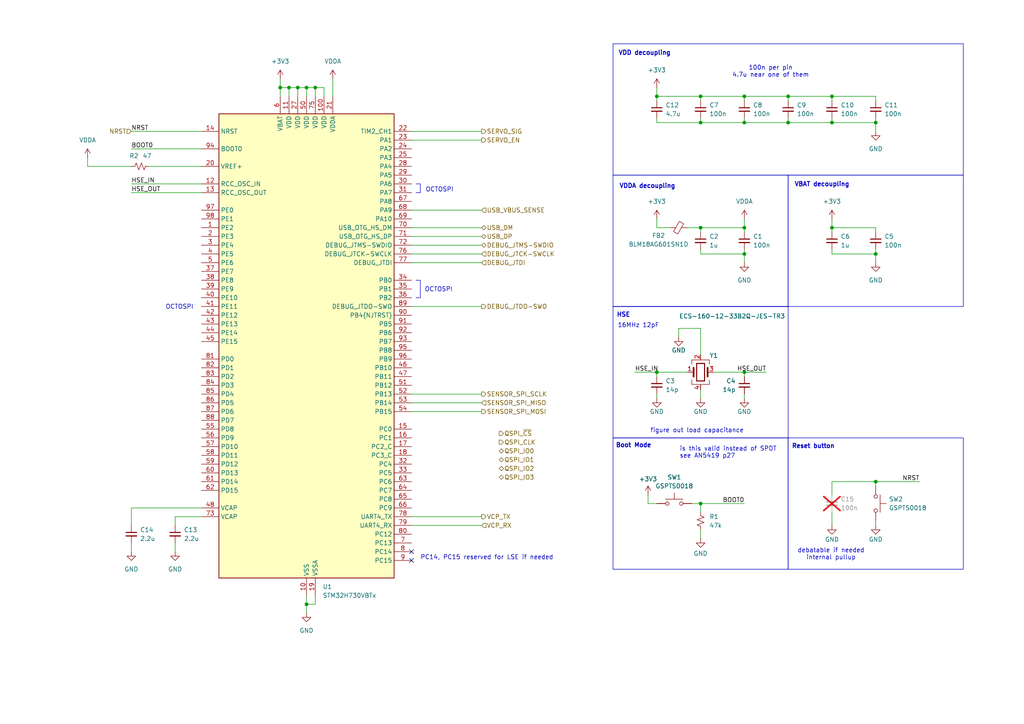
<source format=kicad_sch>
(kicad_sch (version 20250114) (generator "eeschema") (generator_version "9.0")
  (paper "A4")
  (lib_symbols
    (symbol "Device:C_Small" (pin_numbers (hide yes)) (pin_names (offset 0.254) (hide yes))
      (property "Reference" "C" (at 0.254 1.778 0))
      (property "Value" "C_Small" (at 0.254 -2.032 0))
      (symbol "C_Small_0_1"
        (polyline (pts (xy -1.524 0.508) (xy 1.524 0.508)) (stroke (width 0.3048)))
        (polyline (pts (xy -1.524 -0.508) (xy 1.524 -0.508)) (stroke (width 0.3302)))
      )
      (symbol "C_Small_1_1"
        (pin passive line (at 0 2.54 270) (length 2.032) (name "~") (number "1"))
        (pin passive line (at 0 -2.54 90) (length 2.032) (name "~") (number "2"))
      )
    )
    (symbol "Device:Crystal_GND24" (pin_names (offset 1.016) (hide yes))
      (property "Reference" "Y" (at 3.175 5.08 0))
      (property "Value" "Crystal_GND24" (at 3.175 3.175 0))
      (symbol "Crystal_GND24_0_1"
        (polyline (pts (xy -2.54 2.286) (xy -2.54 3.556) (xy 2.54 3.556) (xy 2.54 2.286)))
        (polyline (pts (xy -2.54 0) (xy -2.032 0)))
        (polyline (pts (xy -2.54 -2.286) (xy -2.54 -3.556) (xy 2.54 -3.556) (xy 2.54 -2.286)))
        (polyline (pts (xy -2.032 -1.27) (xy -2.032 1.27)) (stroke (width 0.508)))
        (rectangle (start -1.143 2.54) (end 1.143 -2.54) (stroke (width 0.3048)))
        (polyline (pts (xy 0 3.556) (xy 0 3.81)))
        (polyline (pts (xy 0 -3.81) (xy 0 -3.556)))
        (polyline (pts (xy 2.032 0) (xy 2.54 0)))
        (polyline (pts (xy 2.032 -1.27) (xy 2.032 1.27)) (stroke (width 0.508)))
      )
      (symbol "Crystal_GND24_1_1"
        (pin passive line (at -3.81 0 0) (length 1.27) (name "1") (number "1"))
        (pin passive line (at 0 5.08 270) (length 1.27) (name "2") (number "2"))
        (pin passive line (at 0 -5.08 90) (length 1.27) (name "4") (number "4"))
        (pin passive line (at 3.81 0 180) (length 1.27) (name "3") (number "3"))
      )
    )
    (symbol "Device:FerriteBead_Small" (pin_numbers (hide yes)) (pin_names (offset 0))
      (property "Reference" "FB" (at 1.905 1.27 0))
      (property "Value" "FerriteBead_Small" (at 1.905 -1.27 0))
      (symbol "FerriteBead_Small_0_1"
        (polyline (pts (xy -1.8288 0.2794) (xy -1.1176 1.4986) (xy 1.8288 -0.2032) (xy 1.1176 -1.4224) (xy -1.8288 0.2794)))
        (polyline (pts (xy 0 0.889) (xy 0 1.2954)))
        (polyline (pts (xy 0 -1.27) (xy 0 -0.7874)))
      )
      (symbol "FerriteBead_Small_1_1"
        (pin passive line (at 0 2.54 270) (length 1.27) (name "~") (number "1"))
        (pin passive line (at 0 -2.54 90) (length 1.27) (name "~") (number "2"))
      )
    )
    (symbol "Device:R_Small_US" (pin_numbers (hide yes)) (pin_names (offset 0.254) (hide yes))
      (property "Reference" "R" (at 0.762 0.508 0))
      (property "Value" "R_Small_US" (at 0.762 -1.016 0))
      (symbol "R_Small_US_1_1"
        (polyline (pts (xy 0 1.524) (xy 1.016 1.143) (xy 0 0.762) (xy -1.016 0.381) (xy 0 0)))
        (polyline (pts (xy 0 0) (xy 1.016 -0.381) (xy 0 -0.762) (xy -1.016 -1.143) (xy 0 -1.524)))
        (pin passive line (at 0 2.54 270) (length 1.016) (name "~") (number "1"))
        (pin passive line (at 0 -2.54 90) (length 1.016) (name "~") (number "2"))
      )
    )
    (symbol "MCU_ST_STM32H7:STM32H730VBTx"
      (property "Reference" "U" (at -25.4 69.85 0))
      (property "Value" "STM32H730VBTx" (at 10.16 69.85 0))
      (symbol "STM32H730VBTx_0_1"
        (rectangle (start -25.4 -66.04) (end 25.4 68.58) (stroke (width 0.254)) (fill (type background)))
      )
      (symbol "STM32H730VBTx_1_1"
        (pin input line (at -30.48 63.5 0) (length 5.08) (name "NRST") (number "14"))
        (pin input line (at -30.48 58.42 0) (length 5.08) (name "BOOT0") (number "94"))
        (pin input line (at -30.48 53.34 0) (length 5.08) (name "VREF+") (number "20"))
        (pin bidirectional line (at -30.48 48.26 0) (length 5.08) (name "PH0") (number "12") (alternate "RCC_OSC_IN" bidirectional line))
        (pin bidirectional line (at -30.48 45.72 0) (length 5.08) (name "PH1") (number "13") (alternate "RCC_OSC_OUT" bidirectional line))
        (pin bidirectional line (at -30.48 40.64 0) (length 5.08) (name "PE0") (number "97"))
        (pin bidirectional line (at -30.48 38.1 0) (length 5.08) (name "PE1") (number "98"))
        (pin bidirectional line (at -30.48 35.56 0) (length 5.08) (name "PE2") (number "1"))
        (pin bidirectional line (at -30.48 33.02 0) (length 5.08) (name "PE3") (number "2"))
        (pin bidirectional line (at -30.48 30.48 0) (length 5.08) (name "PE4") (number "3"))
        (pin bidirectional line (at -30.48 27.94 0) (length 5.08) (name "PE5") (number "4"))
        (pin bidirectional line (at -30.48 25.4 0) (length 5.08) (name "PE6") (number "5"))
        (pin bidirectional line (at -30.48 22.86 0) (length 5.08) (name "PE7") (number "37"))
        (pin bidirectional line (at -30.48 20.32 0) (length 5.08) (name "PE8") (number "38"))
        (pin bidirectional line (at -30.48 17.78 0) (length 5.08) (name "PE9") (number "39"))
        (pin bidirectional line (at -30.48 15.24 0) (length 5.08) (name "PE10") (number "40"))
        (pin bidirectional line (at -30.48 12.7 0) (length 5.08) (name "PE11") (number "41"))
        (pin bidirectional line (at -30.48 10.16 0) (length 5.08) (name "PE12") (number "42"))
        (pin bidirectional line (at -30.48 7.62 0) (length 5.08) (name "PE13") (number "43"))
        (pin bidirectional line (at -30.48 5.08 0) (length 5.08) (name "PE14") (number "44"))
        (pin bidirectional line (at -30.48 2.54 0) (length 5.08) (name "PE15") (number "45"))
        (pin bidirectional line (at -30.48 -2.54 0) (length 5.08) (name "PD0") (number "81") (alternate "UART4_RX" bidirectional line))
        (pin bidirectional line (at -30.48 -5.08 0) (length 5.08) (name "PD1") (number "82") (alternate "UART4_TX" bidirectional line))
        (pin bidirectional line (at -30.48 -7.62 0) (length 5.08) (name "PD2") (number "83"))
        (pin bidirectional line (at -30.48 -10.16 0) (length 5.08) (name "PD3") (number "84"))
        (pin bidirectional line (at -30.48 -12.7 0) (length 5.08) (name "PD4") (number "85"))
        (pin bidirectional line (at -30.48 -15.24 0) (length 5.08) (name "PD5") (number "86"))
        (pin bidirectional line (at -30.48 -17.78 0) (length 5.08) (name "PD6") (number "87"))
        (pin bidirectional line (at -30.48 -20.32 0) (length 5.08) (name "PD7") (number "88"))
        (pin bidirectional line (at -30.48 -22.86 0) (length 5.08) (name "PD8") (number "55"))
        (pin bidirectional line (at -30.48 -25.4 0) (length 5.08) (name "PD9") (number "56"))
        (pin bidirectional line (at -30.48 -27.94 0) (length 5.08) (name "PD10") (number "57"))
        (pin bidirectional line (at -30.48 -30.48 0) (length 5.08) (name "PD11") (number "58"))
        (pin bidirectional line (at -30.48 -33.02 0) (length 5.08) (name "PD12") (number "59"))
        (pin bidirectional line (at -30.48 -35.56 0) (length 5.08) (name "PD13") (number "60"))
        (pin bidirectional line (at -30.48 -38.1 0) (length 5.08) (name "PD14") (number "61"))
        (pin bidirectional line (at -30.48 -40.64 0) (length 5.08) (name "PD15") (number "62"))
        (pin power_out line (at -30.48 -45.72 0) (length 5.08) (name "VCAP") (number "48"))
        (pin power_out line (at -30.48 -48.26 0) (length 5.08) (name "VCAP") (number "73"))
        (pin power_in line (at -7.62 73.66 270) (length 5.08) (name "VBAT") (number "6"))
        (pin power_in line (at -5.08 73.66 270) (length 5.08) (name "VDD") (number "11"))
        (pin power_in line (at -2.54 73.66 270) (length 5.08) (name "VDD") (number "27"))
        (pin power_in line (at 0 73.66 270) (length 5.08) (name "VDD") (number "50"))
        (pin power_in line (at 0 -71.12 90) (length 5.08) (name "VSS") (number "10"))
        (pin passive line (at 0 -71.12 90) (length 5.08) (hide yes) (name "VSS") (number "26"))
        (pin passive line (at 0 -71.12 90) (length 5.08) (hide yes) (name "VSS") (number "49"))
        (pin passive line (at 0 -71.12 90) (length 5.08) (hide yes) (name "VSS") (number "74"))
        (pin passive line (at 0 -71.12 90) (length 5.08) (hide yes) (name "VSS") (number "99"))
        (pin power_in line (at 2.54 73.66 270) (length 5.08) (name "VDD") (number "75"))
        (pin power_in line (at 2.54 -71.12 90) (length 5.08) (name "VSSA") (number "19"))
        (pin power_in line (at 5.08 73.66 270) (length 5.08) (name "VDD") (number "100"))
        (pin power_in line (at 7.62 73.66 270) (length 5.08) (name "VDDA") (number "21"))
        (pin bidirectional line (at 30.48 63.5 180) (length 5.08) (name "PA0") (number "22") (alternate "TIM2_CH1" bidirectional line) (alternate "UART4_TX" bidirectional line))
        (pin bidirectional line (at 30.48 60.96 180) (length 5.08) (name "PA1") (number "23") (alternate "UART4_RX" bidirectional line))
        (pin bidirectional line (at 30.48 58.42 180) (length 5.08) (name "PA2") (number "24"))
        (pin bidirectional line (at 30.48 55.88 180) (length 5.08) (name "PA3") (number "25"))
        (pin bidirectional line (at 30.48 53.34 180) (length 5.08) (name "PA4") (number "28"))
        (pin bidirectional line (at 30.48 50.8 180) (length 5.08) (name "PA5") (number "29") (alternate "TIM2_CH1" bidirectional line))
        (pin bidirectional line (at 30.48 48.26 180) (length 5.08) (name "PA6") (number "30"))
        (pin bidirectional line (at 30.48 45.72 180) (length 5.08) (name "PA7") (number "31"))
        (pin bidirectional line (at 30.48 43.18 180) (length 5.08) (name "PA8") (number "67"))
        (pin bidirectional line (at 30.48 40.64 180) (length 5.08) (name "PA9") (number "68"))
        (pin bidirectional line (at 30.48 38.1 180) (length 5.08) (name "PA10") (number "69"))
        (pin bidirectional line (at 30.48 35.56 180) (length 5.08) (name "PA11") (number "70") (alternate "UART4_RX" bidirectional line) (alternate "USB_OTG_HS_DM" bidirectional line))
        (pin bidirectional line (at 30.48 33.02 180) (length 5.08) (name "PA12") (number "71") (alternate "UART4_TX" bidirectional line) (alternate "USB_OTG_HS_DP" bidirectional line))
        (pin bidirectional line (at 30.48 30.48 180) (length 5.08) (name "PA13(JTMS") (number "72") (alternate "DEBUG_JTMS-SWDIO" bidirectional line))
        (pin bidirectional line (at 30.48 27.94 180) (length 5.08) (name "PA14(JTCK") (number "76") (alternate "DEBUG_JTCK-SWCLK" bidirectional line))
        (pin bidirectional line (at 30.48 25.4 180) (length 5.08) (name "PA15(JTDI)") (number "77") (alternate "" input line) (alternate "DEBUG_JTDI" bidirectional line) (alternate "TIM2_CH1" bidirectional line))
        (pin bidirectional line (at 30.48 20.32 180) (length 5.08) (name "PB0") (number "34"))
        (pin bidirectional line (at 30.48 17.78 180) (length 5.08) (name "PB1") (number "35"))
        (pin bidirectional line (at 30.48 15.24 180) (length 5.08) (name "PB2") (number "36"))
        (pin bidirectional line (at 30.48 12.7 180) (length 5.08) (name "PB3(JTDO") (number "89") (alternate "DEBUG_JTDO-SWO" bidirectional line))
        (pin bidirectional line (at 30.48 10.16 180) (length 5.08) (name "PB4(NJTRST)") (number "90"))
        (pin bidirectional line (at 30.48 7.62 180) (length 5.08) (name "PB5") (number "91"))
        (pin bidirectional line (at 30.48 5.08 180) (length 5.08) (name "PB6") (number "92"))
        (pin bidirectional line (at 30.48 2.54 180) (length 5.08) (name "PB7") (number "93"))
        (pin bidirectional line (at 30.48 0 180) (length 5.08) (name "PB8") (number "95") (alternate "UART4_RX" bidirectional line))
        (pin bidirectional line (at 30.48 -2.54 180) (length 5.08) (name "PB9") (number "96") (alternate "UART4_TX" bidirectional line))
        (pin bidirectional line (at 30.48 -5.08 180) (length 5.08) (name "PB10") (number "46"))
        (pin bidirectional line (at 30.48 -7.62 180) (length 5.08) (name "PB11") (number "47"))
        (pin bidirectional line (at 30.48 -10.16 180) (length 5.08) (name "PB12") (number "51"))
        (pin bidirectional line (at 30.48 -12.7 180) (length 5.08) (name "PB13") (number "52"))
        (pin bidirectional line (at 30.48 -15.24 180) (length 5.08) (name "PB14") (number "53"))
        (pin bidirectional line (at 30.48 -17.78 180) (length 5.08) (name "PB15") (number "54"))
        (pin bidirectional line (at 30.48 -22.86 180) (length 5.08) (name "PC0") (number "15"))
        (pin bidirectional line (at 30.48 -25.4 180) (length 5.08) (name "PC1") (number "16"))
        (pin bidirectional line (at 30.48 -27.94 180) (length 5.08) (name "PC2_C") (number "17"))
        (pin bidirectional line (at 30.48 -30.48 180) (length 5.08) (name "PC3_C") (number "18"))
        (pin bidirectional line (at 30.48 -33.02 180) (length 5.08) (name "PC4") (number "32"))
        (pin bidirectional line (at 30.48 -35.56 180) (length 5.08) (name "PC5") (number "33"))
        (pin bidirectional line (at 30.48 -38.1 180) (length 5.08) (name "PC6") (number "63"))
        (pin bidirectional line (at 30.48 -40.64 180) (length 5.08) (name "PC7") (number "64"))
        (pin bidirectional line (at 30.48 -43.18 180) (length 5.08) (name "PC8") (number "65"))
        (pin bidirectional line (at 30.48 -45.72 180) (length 5.08) (name "PC9") (number "66"))
        (pin bidirectional line (at 30.48 -48.26 180) (length 5.08) (name "PC10") (number "78") (alternate "UART4_TX" bidirectional line))
        (pin bidirectional line (at 30.48 -50.8 180) (length 5.08) (name "PC11") (number "79") (alternate "UART4_RX" bidirectional line))
        (pin bidirectional line (at 30.48 -53.34 180) (length 5.08) (name "PC12") (number "80"))
        (pin bidirectional line (at 30.48 -55.88 180) (length 5.08) (name "PC13") (number "7"))
        (pin bidirectional line (at 30.48 -58.42 180) (length 5.08) (name "PC14") (number "8"))
        (pin bidirectional line (at 30.48 -60.96 180) (length 5.08) (name "PC15") (number "9"))
      )
    )
    (symbol "Switch:SW_Push" (pin_numbers (hide yes)) (pin_names (offset 1.016) (hide yes))
      (property "Reference" "SW" (at 1.27 2.54 0))
      (property "Value" "SW_Push" (at 0 -1.524 0))
      (symbol "SW_Push_0_1"
        (circle (center -2.032 0) (radius 0.508))
        (polyline (pts (xy 0 1.27) (xy 0 3.048)))
        (circle (center 2.032 0) (radius 0.508))
        (polyline (pts (xy 2.54 1.27) (xy -2.54 1.27)))
        (pin passive line (at -5.08 0 0) (length 2.54) (name "1") (number "1"))
        (pin passive line (at 5.08 0 180) (length 2.54) (name "2") (number "2"))
      )
    )
    (symbol "power:+3V3" (power) (pin_numbers (hide yes)) (pin_names (offset 0) (hide yes))
      (property "Value" "+3V3" (at 0 3.556 0))
      (symbol "+3V3_0_1"
        (polyline (pts (xy -0.762 1.27) (xy 0 2.54)))
        (polyline (pts (xy 0 2.54) (xy 0.762 1.27)))
        (polyline (pts (xy 0 0) (xy 0 2.54)))
      )
      (symbol "+3V3_1_1"
        (pin power_in line (at 0 0 90) (length 0) (name "~") (number "1"))
      )
    )
    (symbol "power:GND" (power) (pin_numbers (hide yes)) (pin_names (offset 0) (hide yes))
      (property "Value" "GND" (at 0 -3.81 0))
      (symbol "GND_0_1"
        (polyline (pts (xy 0 0) (xy 0 -1.27) (xy 1.27 -1.27) (xy 0 -2.54) (xy -1.27 -1.27) (xy 0 -1.27)))
      )
      (symbol "GND_1_1"
        (pin power_in line (at 0 0 270) (length 0) (name "~") (number "1"))
      )
    )
    (symbol "power:VDDA" (power) (pin_numbers (hide yes)) (pin_names (offset 0) (hide yes))
      (property "Value" "VDDA" (at 0 3.556 0))
      (symbol "VDDA_0_1"
        (polyline (pts (xy -0.762 1.27) (xy 0 2.54)))
        (polyline (pts (xy 0 2.54) (xy 0.762 1.27)))
        (polyline (pts (xy 0 0) (xy 0 2.54)))
      )
      (symbol "VDDA_1_1"
        (pin power_in line (at 0 0 90) (length 0) (name "~") (number "1"))
      )
    )
  )
  (rectangle (start 177.8 88.9) (end 228.6 127))
  (rectangle (start 177.8 127) (end 228.6 165.1))
  (rectangle (start 228.6 127) (end 279.4 165.1))
  (rectangle (start 228.6 50.8) (end 279.4 88.9))
  (rectangle (start 177.8 50.8) (end 228.6 88.9))
  (rectangle (start 177.8 12.7) (end 279.4 50.8))
  (text "Boot Mode" (at 178.562 128.524 0) (effects (font (size 1.27 1.27) (thickness 0.254) (bold yes)) (justify left top)))
  (text "OCTOSPI" (at 127.254 83.312 0) (effects (font (size 1.27 1.27)) (justify top)))
  (text "100n per pin\n4.7u near one of them" (at 223.52 19.05 0) (effects (font (size 1.27 1.27) (thickness 0.1588)) (justify top)))
  (text "figure out load capacitance" (at 202.184 124.206 0) (effects (font (size 1.27 1.27)) (justify top)))
  (text "OCTOSPI" (at 52.07 88.392 0) (effects (font (size 1.27 1.27)) (justify top)))
  (text "VDDA decoupling" (at 179.578 53.34 0) (effects (font (size 1.27 1.27) (thickness 0.254) (bold yes)) (justify left top)))
  (text "16MHz 12pF" (at 185.166 93.726 0) (effects (font (size 1.27 1.27)) (justify top)))
  (text "OCTOSPI" (at 127.508 54.356 0) (effects (font (size 1.27 1.27)) (justify top)))
  (text "PC14, PC15 reserved for LSE if needed" (at 141.224 161.036 0) (effects (font (size 1.27 1.27)) (justify top)))
  (text "HSE" (at 178.816 90.678 0) (effects (font (size 1.27 1.27) (thickness 0.254) (bold yes)) (justify left top)))
  (text "Reset button" (at 229.616 128.778 0) (effects (font (size 1.27 1.27) (thickness 0.254) (bold yes)) (justify left top)))
  (text "VBAT decoupling" (at 230.378 52.832 0) (effects (font (size 1.27 1.27) (thickness 0.254) (bold yes)) (justify left top)))
  (text "debatable if needed\ninternal pullup" (at 241.046 160.782 0) (effects (font (size 1.27 1.27))))
  (text "VDD decoupling" (at 179.324 14.732 0) (effects (font (size 1.27 1.27) (thickness 0.254) (bold yes)) (justify left top)))
  (text "is this valid instead of SPDT\nsee AN5419 p27" (at 197.104 129.54 0) (effects (font (size 1.27 1.27)) (justify left top)))
  (junction (at 241.3 35.56))
  (junction (at 215.9 73.66))
  (junction (at 254 139.7))
  (junction (at 241.3 66.04))
  (junction (at 254 35.56))
  (junction (at 88.9 25.4))
  (junction (at 86.36 25.4))
  (junction (at 190.5 27.94))
  (junction (at 88.9 175.26))
  (junction (at 215.9 66.04))
  (junction (at 228.6 35.56))
  (junction (at 228.6 27.94))
  (junction (at 81.28 25.4))
  (junction (at 190.5 107.95))
  (junction (at 215.9 35.56))
  (junction (at 203.2 27.94))
  (junction (at 83.82 25.4))
  (junction (at 203.2 66.04))
  (junction (at 91.44 25.4))
  (junction (at 215.9 27.94))
  (junction (at 203.2 146.05))
  (junction (at 215.9 107.95))
  (junction (at 241.3 27.94))
  (junction (at 254 73.66))
  (junction (at 203.2 35.56))
  (no_connect (at 119.38 160.02))
  (no_connect (at 119.38 162.56))
  (wire (pts (xy 119.38 68.58) (xy 139.7 68.58)))
  (wire (pts (xy 88.9 175.26) (xy 91.44 175.26)))
  (wire (pts (xy 190.5 25.4) (xy 190.5 27.94)))
  (wire (pts (xy 241.3 73.66) (xy 254 73.66)))
  (wire (pts (xy 119.38 152.4) (xy 139.7 152.4)))
  (wire (pts (xy 88.9 25.4) (xy 88.9 27.94)))
  (wire (pts (xy 199.39 66.04) (xy 203.2 66.04)))
  (wire (pts (xy 215.9 66.04) (xy 203.2 66.04)))
  (wire (pts (xy 50.8 149.86) (xy 50.8 152.4)))
  (wire (pts (xy 241.3 63.5) (xy 241.3 66.04)))
  (wire (pts (xy 38.1 38.1) (xy 58.42 38.1)))
  (wire (pts (xy 25.4 48.26) (xy 38.1 48.26)))
  (wire (pts (xy 241.3 148.59) (xy 241.3 152.4)))
  (wire (pts (xy 43.18 48.26) (xy 58.42 48.26)))
  (wire (pts (xy 215.9 35.56) (xy 228.6 35.56)))
  (wire (pts (xy 241.3 27.94) (xy 241.3 29.21)))
  (wire (pts (xy 203.2 102.87) (xy 203.2 95.25)))
  (polyline (pts (xy 120.65 55.88) (xy 121.92 55.88)))
  (wire (pts (xy 203.2 34.29) (xy 203.2 35.56)))
  (wire (pts (xy 119.38 116.84) (xy 139.7 116.84)))
  (wire (pts (xy 88.9 172.72) (xy 88.9 175.26)))
  (wire (pts (xy 254 34.29) (xy 254 35.56)))
  (wire (pts (xy 241.3 27.94) (xy 254 27.94)))
  (wire (pts (xy 203.2 73.66) (xy 215.9 73.66)))
  (wire (pts (xy 119.38 73.66) (xy 139.7 73.66)))
  (polyline (pts (xy 121.92 53.34) (xy 121.92 55.88)))
  (wire (pts (xy 203.2 27.94) (xy 203.2 29.21)))
  (wire (pts (xy 81.28 25.4) (xy 83.82 25.4)))
  (wire (pts (xy 187.96 143.51) (xy 187.96 146.05)))
  (wire (pts (xy 203.2 73.66) (xy 203.2 72.39)))
  (wire (pts (xy 190.5 107.95) (xy 199.39 107.95)))
  (wire (pts (xy 241.3 67.31) (xy 241.3 66.04)))
  (wire (pts (xy 254 139.7) (xy 266.7 139.7)))
  (wire (pts (xy 83.82 27.94) (xy 83.82 25.4)))
  (wire (pts (xy 58.42 149.86) (xy 50.8 149.86)))
  (wire (pts (xy 228.6 35.56) (xy 241.3 35.56)))
  (wire (pts (xy 38.1 43.18) (xy 58.42 43.18)))
  (wire (pts (xy 88.9 25.4) (xy 91.44 25.4)))
  (wire (pts (xy 203.2 66.04) (xy 203.2 67.31)))
  (wire (pts (xy 86.36 25.4) (xy 88.9 25.4)))
  (wire (pts (xy 91.44 25.4) (xy 91.44 27.94)))
  (polyline (pts (xy 121.92 81.28) (xy 121.92 86.36)))
  (polyline (pts (xy 120.65 81.28) (xy 121.92 81.28)))
  (wire (pts (xy 91.44 175.26) (xy 91.44 172.72)))
  (wire (pts (xy 119.38 119.38) (xy 139.7 119.38)))
  (wire (pts (xy 50.8 160.02) (xy 50.8 157.48)))
  (wire (pts (xy 254 151.13) (xy 254 152.4)))
  (wire (pts (xy 88.9 175.26) (xy 88.9 177.8)))
  (wire (pts (xy 190.5 27.94) (xy 203.2 27.94)))
  (wire (pts (xy 228.6 27.94) (xy 241.3 27.94)))
  (wire (pts (xy 254 72.39) (xy 254 73.66)))
  (polyline (pts (xy 120.65 53.34) (xy 121.92 53.34)))
  (wire (pts (xy 190.5 114.3) (xy 190.5 115.57)))
  (wire (pts (xy 254 27.94) (xy 254 29.21)))
  (wire (pts (xy 203.2 27.94) (xy 215.9 27.94)))
  (wire (pts (xy 190.5 109.22) (xy 190.5 107.95)))
  (wire (pts (xy 38.1 53.34) (xy 58.42 53.34)))
  (wire (pts (xy 190.5 66.04) (xy 194.31 66.04)))
  (wire (pts (xy 241.3 34.29) (xy 241.3 35.56)))
  (wire (pts (xy 119.38 88.9) (xy 139.7 88.9)))
  (wire (pts (xy 228.6 34.29) (xy 228.6 35.56)))
  (wire (pts (xy 203.2 95.25) (xy 196.85 95.25)))
  (wire (pts (xy 241.3 66.04) (xy 254 66.04)))
  (wire (pts (xy 58.42 147.32) (xy 38.1 147.32)))
  (wire (pts (xy 241.3 139.7) (xy 254 139.7)))
  (wire (pts (xy 83.82 25.4) (xy 86.36 25.4)))
  (wire (pts (xy 241.3 72.39) (xy 241.3 73.66)))
  (wire (pts (xy 86.36 25.4) (xy 86.36 27.94)))
  (wire (pts (xy 215.9 73.66) (xy 215.9 76.2)))
  (wire (pts (xy 81.28 25.4) (xy 81.28 27.94)))
  (wire (pts (xy 215.9 107.95) (xy 215.9 109.22)))
  (wire (pts (xy 254 73.66) (xy 254 76.2)))
  (wire (pts (xy 215.9 27.94) (xy 215.9 29.21)))
  (wire (pts (xy 190.5 27.94) (xy 190.5 29.21)))
  (wire (pts (xy 119.38 149.86) (xy 139.7 149.86)))
  (wire (pts (xy 228.6 27.94) (xy 228.6 29.21)))
  (wire (pts (xy 96.52 22.86) (xy 96.52 27.94)))
  (wire (pts (xy 207.01 107.95) (xy 215.9 107.95)))
  (wire (pts (xy 254 35.56) (xy 254 38.1)))
  (wire (pts (xy 203.2 35.56) (xy 215.9 35.56)))
  (wire (pts (xy 215.9 27.94) (xy 228.6 27.94)))
  (wire (pts (xy 203.2 113.03) (xy 203.2 115.57)))
  (wire (pts (xy 254 67.31) (xy 254 66.04)))
  (wire (pts (xy 81.28 22.86) (xy 81.28 25.4)))
  (wire (pts (xy 254 140.97) (xy 254 139.7)))
  (wire (pts (xy 215.9 63.5) (xy 215.9 66.04)))
  (wire (pts (xy 93.98 25.4) (xy 93.98 27.94)))
  (polyline (pts (xy 120.65 86.36) (xy 121.92 86.36)))
  (wire (pts (xy 119.38 76.2) (xy 139.7 76.2)))
  (wire (pts (xy 215.9 34.29) (xy 215.9 35.56)))
  (wire (pts (xy 184.15 107.95) (xy 190.5 107.95)))
  (wire (pts (xy 119.38 38.1) (xy 139.7 38.1)))
  (wire (pts (xy 190.5 35.56) (xy 203.2 35.56)))
  (wire (pts (xy 215.9 114.3) (xy 215.9 115.57)))
  (wire (pts (xy 203.2 146.05) (xy 203.2 148.59)))
  (wire (pts (xy 187.96 146.05) (xy 190.5 146.05)))
  (wire (pts (xy 38.1 147.32) (xy 38.1 152.4)))
  (wire (pts (xy 196.85 95.25) (xy 196.85 97.79)))
  (wire (pts (xy 241.3 35.56) (xy 254 35.56)))
  (wire (pts (xy 190.5 34.29) (xy 190.5 35.56)))
  (wire (pts (xy 119.38 71.12) (xy 139.7 71.12)))
  (wire (pts (xy 38.1 157.48) (xy 38.1 160.02)))
  (wire (pts (xy 119.38 40.64) (xy 139.7 40.64)))
  (wire (pts (xy 215.9 67.31) (xy 215.9 66.04)))
  (wire (pts (xy 215.9 146.05) (xy 203.2 146.05)))
  (wire (pts (xy 91.44 25.4) (xy 93.98 25.4)))
  (wire (pts (xy 203.2 153.67) (xy 203.2 156.21)))
  (wire (pts (xy 38.1 55.88) (xy 58.42 55.88)))
  (wire (pts (xy 241.3 139.7) (xy 241.3 143.51)))
  (wire (pts (xy 25.4 45.72) (xy 25.4 48.26)))
  (wire (pts (xy 190.5 63.5) (xy 190.5 66.04)))
  (wire (pts (xy 200.66 146.05) (xy 203.2 146.05)))
  (wire (pts (xy 215.9 72.39) (xy 215.9 73.66)))
  (wire (pts (xy 119.38 114.3) (xy 139.7 114.3)))
  (wire (pts (xy 119.38 66.04) (xy 139.7 66.04)))
  (wire (pts (xy 215.9 107.95) (xy 222.25 107.95)))
  (wire (pts (xy 119.38 60.96) (xy 139.7 60.96)))
  (label "BOOT0" (at 38.1 43.18 0))
  (label "BOOT0" (at 215.9 146.05 180))
  (label "HSE_IN" (at 184.15 107.95 0) (effects (font (thickness 0.1588))))
  (label "HSE_OUT" (at 222.25 107.95 180) (effects (font (thickness 0.1588))))
  (label "HSE_OUT" (at 38.1 55.88 0) (effects (font (thickness 0.1588))))
  (label "NRST" (at 266.7 139.7 180))
  (label "NRST" (at 38.1 38.1 0))
  (label "HSE_IN" (at 38.1 53.34 0) (effects (font (thickness 0.1588))))
  (hierarchical_label "USB_DM" (shape bidirectional) (at 139.7 66.04 0))
  (hierarchical_label "QSPI_IO1" (shape bidirectional) (at 144.78 133.35 0))
  (hierarchical_label "IMU_INT2" (shape input) (at -2.54 107.95 180))
  (hierarchical_label "BARO_INT" (shape input) (at -2.54 113.03 180))
  (hierarchical_label "QSPI_CLK" (shape output) (at 144.78 128.27 0))
  (hierarchical_label "DEBUG_JTMS-SWDIO" (shape bidirectional) (at 139.7 71.12 0))
  (hierarchical_label "SERVO_EN" (shape output) (at 139.7 40.64 0))
  (hierarchical_label "SENSOR_SPI_MOSI" (shape output) (at 139.7 119.38 0))
  (hierarchical_label "BARO_CS" (shape output) (at -2.54 110.49 180))
  (hierarchical_label "SENSOR_SPI_MISO" (shape input) (at 139.7 116.84 0))
  (hierarchical_label "USB_VBUS_SENSE" (shape input) (at 139.7 60.96 0))
  (hierarchical_label "NRST" (shape input) (at 38.1 38.1 180))
  (hierarchical_label "QSPI_~{CS}" (shape output) (at 144.78 125.73 0))
  (hierarchical_label "QSPI_IO0" (shape bidirectional) (at 144.78 130.81 0))
  (hierarchical_label "QSPI_IO3" (shape bidirectional) (at 144.78 138.43 0))
  (hierarchical_label "VCP_RX" (shape input) (at 139.7 152.4 0))
  (hierarchical_label "QSPI_IO2" (shape bidirectional) (at 144.78 135.89 0))
  (hierarchical_label "IMU_INT1" (shape input) (at -2.54 105.41 180))
  (hierarchical_label "SERVO_SIG" (shape output) (at 139.7 38.1 0))
  (hierarchical_label "DEBUG_JTDI" (shape input) (at 139.7 76.2 0))
  (hierarchical_label "USB_DP" (shape bidirectional) (at 139.7 68.58 0))
  (hierarchical_label "VCP_TX" (shape output) (at 139.7 149.86 0))
  (hierarchical_label "SENSOR_SPI_SCLK" (shape output) (at 139.7 114.3 0))
  (hierarchical_label "IMU_CS" (shape output) (at -2.54 102.87 180))
  (hierarchical_label "DEBUG_JTCK-SWCLK" (shape input) (at 139.7 73.66 0))
  (hierarchical_label "DEBUG_JTDO-SWO" (shape output) (at 139.7 88.9 0))
  (symbol (lib_id "Device:C_Small") (at 228.6 31.75 0) (unit 1)
    (property "Reference" "C9" (at 231.14 30.4862 0) (effects (justify left)))
    (property "Value" "100n" (at 231.14 33.0262 0) (effects (justify left)))
    (property "Description" "Unpolarized capacitor, small symbol" (effects (hide yes)))
  )
  (symbol (lib_id "power:GND") (at 190.5 115.57 0) (unit 1)
    (property "Reference" "#PWR08" (effects (hide yes)))
    (property "Value" "GND" (at 190.5 119.38 0))
    (property "Description" "Power symbol creates a global label with name \"GND\" , ground" (effects (hide yes)))
  )
  (symbol (lib_id "power:VDDA") (at 215.9 63.5 0) (unit 1)
    (property "Reference" "#PWR019" (effects (hide yes)))
    (property "Value" "VDDA" (at 215.9 58.42 0))
    (property "Description" "Power symbol creates a global label with name \"VDDA\"" (effects (hide yes)))
  )
  (symbol (lib_id "power:GND") (at 88.9 177.8 0) (unit 1)
    (property "Reference" "#PWR014" (effects (hide yes)))
    (property "Value" "GND" (at 88.9 182.88 0))
    (property "Description" "Power symbol creates a global label with name \"GND\" , ground" (effects (hide yes)))
  )
  (symbol (lib_id "power:GND") (at 196.85 97.79 0) (unit 1)
    (property "Reference" "#PWR09" (effects (hide yes)))
    (property "Value" "GND" (at 196.85 101.6 0))
    (property "Description" "Power symbol creates a global label with name \"GND\" , ground" (effects (hide yes)))
  )
  (symbol (lib_id "Device:C_Small") (at 241.3 69.85 0) (unit 1)
    (property "Reference" "C6" (at 243.84 68.5862 0) (effects (justify left)))
    (property "Value" "1u" (at 243.84 71.1262 0) (effects (justify left)))
    (property "Description" "Unpolarized capacitor, small symbol" (effects (hide yes)))
  )
  (symbol (lib_id "power:+3V3") (at 190.5 63.5 0) (unit 1)
    (property "Reference" "#PWR03" (effects (hide yes)))
    (property "Value" "+3V3" (at 190.5 58.42 0))
    (property "Description" "Power symbol creates a global label with name \"+3V3\"" (effects (hide yes)))
  )
  (symbol (lib_id "Device:C_Small") (at 241.3 31.75 0) (unit 1)
    (property "Reference" "C10" (at 243.84 30.4862 0) (effects (justify left)))
    (property "Value" "100n" (at 243.84 33.0262 0) (effects (justify left)))
    (property "Description" "Unpolarized capacitor, small symbol" (effects (hide yes)))
  )
  (symbol (lib_id "power:+3V3") (at 241.3 63.5 0) (unit 1)
    (property "Reference" "#PWR05" (effects (hide yes)))
    (property "Value" "+3V3" (at 241.3 58.42 0))
    (property "Description" "Power symbol creates a global label with name \"+3V3\"" (effects (hide yes)))
  )
  (symbol (lib_id "Device:C_Small") (at 203.2 69.85 0) (unit 1)
    (property "Reference" "C2" (at 205.74 68.5862 0) (effects (justify left)))
    (property "Value" "1u" (at 205.74 71.1262 0) (effects (justify left)))
    (property "Description" "Unpolarized capacitor, small symbol" (effects (hide yes)))
  )
  (symbol (lib_id "power:GND") (at 254 152.4 0) (unit 1)
    (property "Reference" "#PWR023" (effects (hide yes)))
    (property "Value" "GND" (at 254 156.464 0))
    (property "Description" "Power symbol creates a global label with name \"GND\" , ground" (effects (hide yes)))
  )
  (symbol (lib_id "power:GND") (at 215.9 76.2 0) (unit 1)
    (property "Reference" "#PWR04" (effects (hide yes)))
    (property "Value" "GND" (at 215.9 81.28 0))
    (property "Description" "Power symbol creates a global label with name \"GND\" , ground" (effects (hide yes)))
  )
  (symbol (lib_id "power:VDDA") (at 96.52 22.86 0) (unit 1)
    (property "Reference" "#PWR020" (effects (hide yes)))
    (property "Value" "VDDA" (at 96.52 17.78 0))
    (property "Description" "Power symbol creates a global label with name \"VDDA\"" (effects (hide yes)))
  )
  (symbol (lib_id "Device:C_Small") (at 215.9 111.76 0) (mirror y) (unit 1)
    (property "Reference" "C4" (at 213.36 110.4962 0) (effects (justify left)))
    (property "Value" "14p" (at 213.36 113.0362 0) (effects (justify left)))
    (property "Footprint" "Capacitor_SMD:C_0603_1608Metric" (effects (hide yes)))
    (property "Description" "Unpolarized capacitor, small symbol" (effects (hide yes)))
  )
  (symbol (lib_id "power:GND") (at 50.8 160.02 0) (unit 1)
    (property "Reference" "#PWR015" (effects (hide yes)))
    (property "Value" "GND" (at 50.8 165.1 0))
    (property "Description" "Power symbol creates a global label with name \"GND\" , ground" (effects (hide yes)))
  )
  (symbol (lib_id "power:GND") (at 215.9 115.57 0) (unit 1)
    (property "Reference" "#PWR011" (effects (hide yes)))
    (property "Value" "GND" (at 215.9 119.38 0))
    (property "Description" "Power symbol creates a global label with name \"GND\" , ground" (effects (hide yes)))
  )
  (symbol (lib_id "MCU_ST_STM32H7:STM32H730VBTx") (at 88.9 101.6 0) (unit 1)
    (property "Reference" "U1" (at 93.5833 170.18 0) (effects (justify left)))
    (property "Value" "STM32H730VBTx" (at 93.5833 172.72 0) (effects (justify left)))
    (property "Footprint" "Package_QFP:LQFP-100_14x14mm_P0.5mm" (effects (hide yes)))
    (property "Datasheet" "https://www.st.com/resource/en/datasheet/stm32h730vb.pdf" (effects (hide yes)))
    (property "Description" "STMicroelectronics Arm Cortex-M7 MCU, 128KB flash, 564KB RAM, 550 MHz, 1.71-3.6V, 82 GPIO, LQFP100" (effects (hide yes)))
    (pin "12" (alternate "RCC_OSC_IN"))
    (pin "13" (alternate "RCC_OSC_OUT"))
    (pin "22" (alternate "TIM2_CH1"))
    (pin "70" (alternate "USB_OTG_HS_DM"))
    (pin "76" (alternate "DEBUG_JTCK-SWCLK"))
    (pin "72" (alternate "DEBUG_JTMS-SWDIO"))
    (pin "77" (alternate "DEBUG_JTDI"))
    (pin "71" (alternate "USB_OTG_HS_DP"))
    (pin "89" (alternate "DEBUG_JTDO-SWO"))
    (pin "78" (alternate "UART4_TX"))
    (pin "79" (alternate "UART4_RX"))
  )
  (symbol (lib_id "power:GND") (at 254 38.1 0) (unit 1)
    (property "Reference" "#PWR02" (effects (hide yes)))
    (property "Value" "GND" (at 254 43.18 0))
    (property "Description" "Power symbol creates a global label with name \"GND\" , ground" (effects (hide yes)))
  )
  (symbol (lib_id "Device:C_Small") (at 254 69.85 0) (unit 1)
    (property "Reference" "C5" (at 256.54 68.5862 0) (effects (justify left)))
    (property "Value" "100n" (at 256.54 71.1262 0) (effects (justify left)))
    (property "Description" "Unpolarized capacitor, small symbol" (effects (hide yes)))
  )
  (symbol (lib_id "Device:C_Small") (at 190.5 111.76 0) (unit 1)
    (property "Reference" "C3" (at 193.04 110.4962 0) (effects (justify left)))
    (property "Value" "14p" (at 193.04 113.0362 0) (effects (justify left)))
    (property "Footprint" "Capacitor_SMD:C_0603_1608Metric" (effects (hide yes)))
    (property "Description" "Unpolarized capacitor, small symbol" (effects (hide yes)))
  )
  (symbol (lib_id "power:+3V3") (at 187.96 143.51 0) (unit 1)
    (property "Reference" "#PWR012" (effects (hide yes)))
    (property "Value" "+3V3" (at 187.96 138.938 0))
    (property "Description" "Power symbol creates a global label with name \"+3V3\"" (effects (hide yes)))
  )
  (symbol (lib_id "power:+3V3") (at 81.28 22.86 0) (unit 1)
    (property "Reference" "#PWR07" (effects (hide yes)))
    (property "Value" "+3V3" (at 81.28 17.78 0))
    (property "Description" "Power symbol creates a global label with name \"+3V3\"" (effects (hide yes)))
  )
  (symbol (lib_id "Device:C_Small") (at 215.9 31.75 0) (unit 1)
    (property "Reference" "C8" (at 218.44 30.4862 0) (effects (justify left)))
    (property "Value" "100n" (at 218.44 33.0262 0) (effects (justify left)))
    (property "Description" "Unpolarized capacitor, small symbol" (effects (hide yes)))
  )
  (symbol (lib_id "Device:C_Small") (at 241.3 146.05 0) (unit 1) (dnp yes)
    (property "Reference" "C15" (at 243.84 144.7862 0) (effects (justify left)))
    (property "Value" "100n" (at 243.84 147.3262 0) (effects (justify left)))
    (property "Footprint" "Capacitor_SMD:C_0603_1608Metric" (effects (hide yes)))
    (property "Description" "Unpolarized capacitor, small symbol" (effects (hide yes)))
  )
  (symbol (lib_id "Device:C_Small") (at 190.5 31.75 0) (unit 1)
    (property "Reference" "C12" (at 193.04 30.4862 0) (effects (justify left)))
    (property "Value" "4.7u" (at 193.04 33.0262 0) (effects (justify left)))
    (property "Description" "Unpolarized capacitor, small symbol" (effects (hide yes)))
  )
  (symbol (lib_id "Device:C_Small") (at 254 31.75 0) (unit 1)
    (property "Reference" "C11" (at 256.54 30.4862 0) (effects (justify left)))
    (property "Value" "100n" (at 256.54 33.0262 0) (effects (justify left)))
    (property "Description" "Unpolarized capacitor, small symbol" (effects (hide yes)))
  )
  (symbol (lib_id "Switch:SW_Push") (at 195.58 146.05 0) (unit 1)
    (property "Reference" "SW1" (at 195.58 138.43 0))
    (property "Value" "GSPTS0018" (at 195.58 140.97 0))
    (property "Footprint" "PTS815_SJM_250_SMTR_LFS:SW_Push_PTS815_SJM_250_SMTR_LFS" (effects (hide yes)))
    (property "Description" "Push button switch, generic, two pins" (effects (hide yes)))
  )
  (symbol (lib_id "Device:C_Small") (at 38.1 154.94 0) (unit 1)
    (property "Reference" "C14" (at 40.64 153.6762 0) (effects (justify left)))
    (property "Value" "2.2u" (at 40.64 156.2162 0) (effects (justify left)))
    (property "Description" "Unpolarized capacitor, small symbol" (effects (hide yes)))
  )
  (symbol (lib_id "Device:FerriteBead_Small") (at 196.85 66.04 90) (unit 1)
    (property "Reference" "FB2" (at 191.008 68.326 90))
    (property "Value" "BLM18AG601SN1D" (at 191.008 70.866 90))
    (property "Footprint" "Inductor_SMD:L_0603_1608Metric" (effects (hide yes)))
    (property "Datasheet" "https://www.murata.com/en-us/products/productdata/8796738650142/ENFA0003.pdf" (effects (hide yes)))
    (property "Description" "Ferrite bead, small symbol" (effects (hide yes)))
  )
  (symbol (lib_id "power:+3V3") (at 190.5 25.4 0) (unit 1)
    (property "Reference" "#PWR01" (effects (hide yes)))
    (property "Value" "+3V3" (at 190.5 20.32 0))
    (property "Description" "Power symbol creates a global label with name \"+3V3\"" (effects (hide yes)))
  )
  (symbol (lib_id "power:GND") (at 203.2 115.57 0) (unit 1)
    (property "Reference" "#PWR010" (effects (hide yes)))
    (property "Value" "GND" (at 203.2 119.38 0))
    (property "Description" "Power symbol creates a global label with name \"GND\" , ground" (effects (hide yes)))
  )
  (symbol (lib_id "Device:R_Small_US") (at 203.2 151.13 0) (unit 1)
    (property "Reference" "R1" (at 205.74 149.8599 0) (effects (justify left)))
    (property "Value" "47k" (at 205.74 152.3999 0) (effects (justify left)))
    (property "Footprint" "Resistor_SMD:R_0603_1608Metric" (effects (hide yes)))
    (property "Description" "Resistor, small US symbol" (effects (hide yes)))
  )
  (symbol (lib_id "Switch:SW_Push") (at 254 146.05 270) (unit 1)
    (property "Reference" "SW2" (at 257.81 144.7799 90) (effects (justify left)))
    (property "Value" "GSPTS0018" (at 257.81 147.3199 90) (effects (justify left)))
    (property "Footprint" "PTS815_SJM_250_SMTR_LFS:SW_Push_PTS815_SJM_250_SMTR_LFS" (effects (hide yes)))
    (property "Description" "Push button switch, generic, two pins" (effects (hide yes)))
  )
  (symbol (lib_id "Device:Crystal_GND24") (at 203.2 107.95 0) (unit 1)
    (property "Reference" "Y1" (at 207.01 103.124 0))
    (property "Value" "ECS-160-12-33B2Q-JES-TR3" (at 212.344 91.694 0))
    (property "Footprint" "Crystal:Crystal_SMD_3225-4Pin_3.2x2.5mm" (effects (hide yes)))
    (property "Datasheet" "https://ecsxtal.com/store/pdf/ECX-33B2Q.pdf" (effects (hide yes)))
    (property "Description" "Four pin crystal, GND on pins 2 and 4" (effects (hide yes)))
  )
  (symbol (lib_id "power:GND") (at 203.2 156.21 0) (unit 1)
    (property "Reference" "#PWR013" (effects (hide yes)))
    (property "Value" "GND" (at 203.2 160.528 0))
    (property "Description" "Power symbol creates a global label with name \"GND\" , ground" (effects (hide yes)))
  )
  (symbol (lib_id "power:GND") (at 241.3 152.4 0) (unit 1)
    (property "Reference" "#PWR022" (effects (hide yes)))
    (property "Value" "GND" (at 241.3 156.464 0))
    (property "Description" "Power symbol creates a global label with name \"GND\" , ground" (effects (hide yes)))
  )
  (symbol (lib_id "Device:C_Small") (at 50.8 154.94 0) (unit 1)
    (property "Reference" "C13" (at 53.34 153.6762 0) (effects (justify left)))
    (property "Value" "2.2u" (at 53.34 156.2162 0) (effects (justify left)))
    (property "Description" "Unpolarized capacitor, small symbol" (effects (hide yes)))
  )
  (symbol (lib_id "power:GND") (at 38.1 160.02 0) (unit 1)
    (property "Reference" "#PWR016" (effects (hide yes)))
    (property "Value" "GND" (at 38.1 165.1 0))
    (property "Description" "Power symbol creates a global label with name \"GND\" , ground" (effects (hide yes)))
  )
  (symbol (lib_id "power:VDDA") (at 25.4 45.72 0) (unit 1)
    (property "Reference" "#PWR021" (effects (hide yes)))
    (property "Value" "VDDA" (at 25.4 40.64 0))
    (property "Description" "Power symbol creates a global label with name \"VDDA\"" (effects (hide yes)))
  )
  (symbol (lib_id "Device:R_Small_US") (at 40.64 48.26 90) (unit 1)
    (property "Reference" "R2" (at 38.862 45.212 90))
    (property "Value" "47" (at 42.672 45.212 90))
    (property "Description" "Resistor, small US symbol" (effects (hide yes)))
  )
  (symbol (lib_id "Device:C_Small") (at 215.9 69.85 0) (unit 1)
    (property "Reference" "C1" (at 218.44 68.5862 0) (effects (justify left)))
    (property "Value" "100n" (at 218.44 71.1262 0) (effects (justify left)))
    (property "Description" "Unpolarized capacitor, small symbol" (effects (hide yes)))
  )
  (symbol (lib_id "Device:C_Small") (at 203.2 31.75 0) (unit 1)
    (property "Reference" "C7" (at 205.74 30.4862 0) (effects (justify left)))
    (property "Value" "100n" (at 205.74 33.0262 0) (effects (justify left)))
    (property "Description" "Unpolarized capacitor, small symbol" (effects (hide yes)))
  )
  (symbol (lib_id "power:GND") (at 254 76.2 0) (unit 1)
    (property "Reference" "#PWR06" (effects (hide yes)))
    (property "Value" "GND" (at 254 81.28 0))
    (property "Description" "Power symbol creates a global label with name \"GND\" , ground" (effects (hide yes)))
  )
)
</source>
